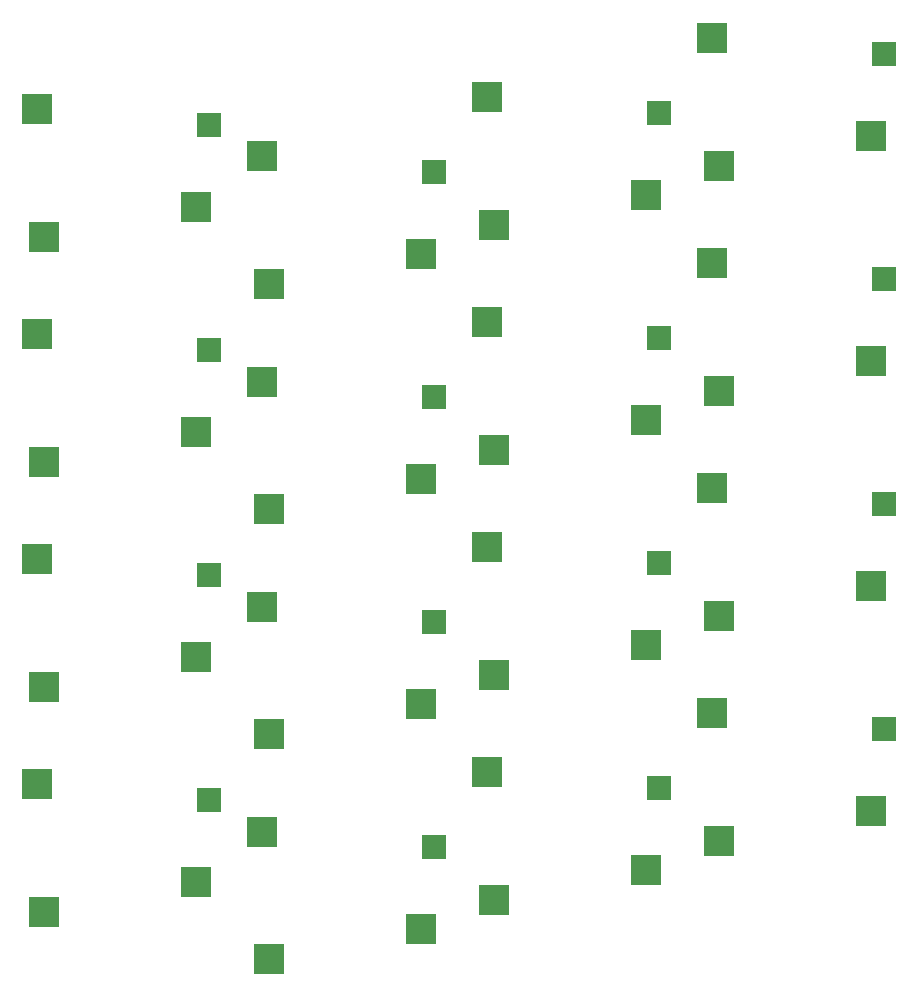
<source format=gbr>
G04 #@! TF.GenerationSoftware,KiCad,Pcbnew,(5.1.4)-1*
G04 #@! TF.CreationDate,2023-09-09T05:25:23-04:00*
G04 #@! TF.ProjectId,ThumbsUp,5468756d-6273-4557-902e-6b696361645f,rev?*
G04 #@! TF.SameCoordinates,Original*
G04 #@! TF.FileFunction,Paste,Bot*
G04 #@! TF.FilePolarity,Positive*
%FSLAX46Y46*%
G04 Gerber Fmt 4.6, Leading zero omitted, Abs format (unit mm)*
G04 Created by KiCad (PCBNEW (5.1.4)-1) date 2023-09-09 05:25:23*
%MOMM*%
%LPD*%
G04 APERTURE LIST*
%ADD10R,2.550000X2.500000*%
%ADD11R,2.000000X2.000000*%
G04 APERTURE END LIST*
D10*
X17512789Y-557192952D03*
D11*
X32112789Y-558542952D03*
D10*
X18070789Y-568022952D03*
X30997789Y-565482952D03*
X17512790Y-538142952D03*
D11*
X32112790Y-539492952D03*
D10*
X18070790Y-548972952D03*
X30997790Y-546432952D03*
X17512789Y-519092953D03*
D11*
X32112789Y-520442953D03*
D10*
X18070789Y-529922953D03*
X30997789Y-527382953D03*
X74662790Y-494030000D03*
D11*
X89262790Y-495380000D03*
D10*
X75220790Y-504860000D03*
X88147790Y-502320000D03*
X55612789Y-499030000D03*
D11*
X70212789Y-500380000D03*
D10*
X56170789Y-509860000D03*
X69097789Y-507320000D03*
X36562789Y-504030000D03*
D11*
X51162789Y-505380000D03*
D10*
X37120789Y-514860000D03*
X50047789Y-512320000D03*
X17512789Y-500030000D03*
D11*
X32112789Y-501380000D03*
D10*
X18070789Y-510860000D03*
X30997789Y-508320000D03*
X74662789Y-551192952D03*
D11*
X89262789Y-552542952D03*
D10*
X75220789Y-562022952D03*
X88147789Y-559482952D03*
X74662789Y-532142952D03*
D11*
X89262789Y-533492952D03*
D10*
X75220789Y-542972952D03*
X88147789Y-540432952D03*
X74662790Y-513092952D03*
D11*
X89262790Y-514442952D03*
D10*
X75220790Y-523922952D03*
X88147790Y-521382952D03*
X55612790Y-556192952D03*
D11*
X70212790Y-557542952D03*
D10*
X56170790Y-567022952D03*
X69097790Y-564482952D03*
X55612789Y-537142952D03*
D11*
X70212789Y-538492952D03*
D10*
X56170789Y-547972952D03*
X69097789Y-545432952D03*
X55612789Y-518092953D03*
D11*
X70212789Y-519442953D03*
D10*
X56170789Y-528922953D03*
X69097789Y-526382953D03*
X36562789Y-561192952D03*
D11*
X51162789Y-562542952D03*
D10*
X37120789Y-572022952D03*
X50047789Y-569482952D03*
X36562790Y-542142952D03*
D11*
X51162790Y-543492952D03*
D10*
X37120790Y-552972952D03*
X50047790Y-550432952D03*
X36562789Y-523092952D03*
D11*
X51162789Y-524442952D03*
D10*
X37120789Y-533922952D03*
X50047789Y-531382952D03*
M02*

</source>
